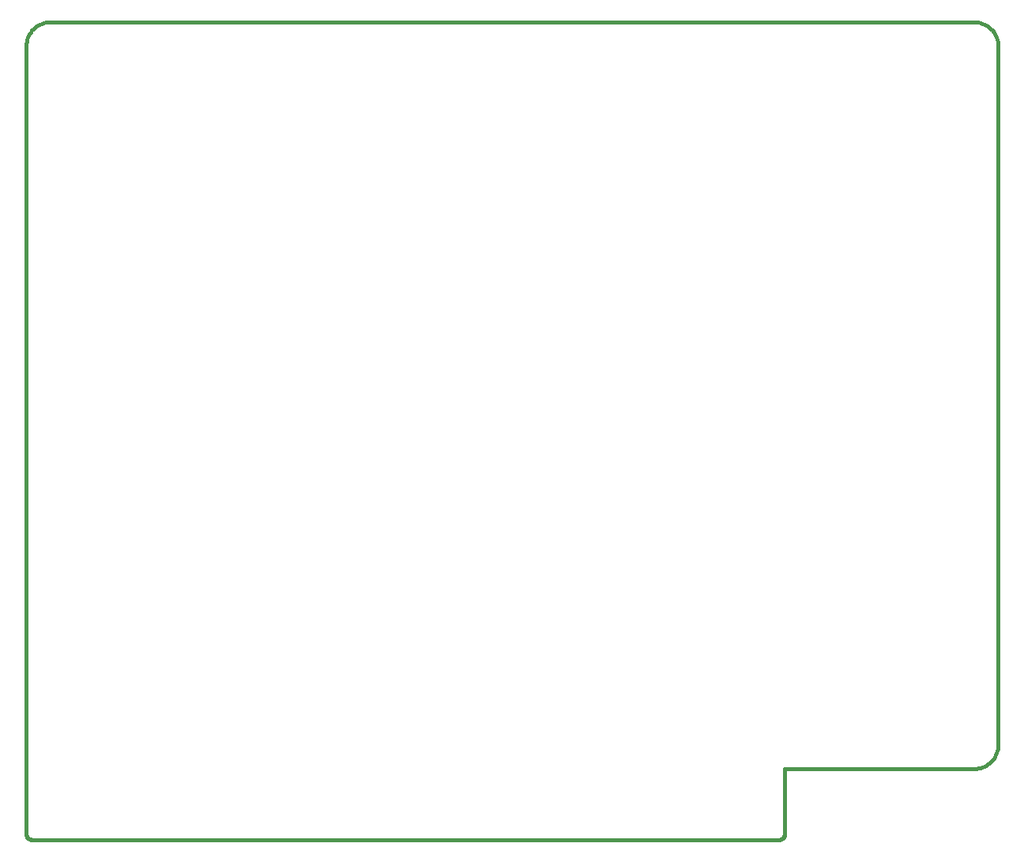
<source format=gbr>
G04 (created by PCBNEW-RS274X (2012-01-19 BZR 3256)-stable) date 4/5/2013 11:46:11 PM*
G01*
G70*
G90*
%MOIN*%
G04 Gerber Fmt 3.4, Leading zero omitted, Abs format*
%FSLAX34Y34*%
G04 APERTURE LIST*
%ADD10C,0.006000*%
%ADD11C,0.015000*%
G04 APERTURE END LIST*
G54D10*
G54D11*
X40000Y-52750D02*
X40000Y-19500D01*
X81000Y-49000D02*
X81000Y-19500D01*
X41000Y-18500D02*
X40913Y-18504D01*
X40827Y-18516D01*
X40742Y-18535D01*
X40658Y-18561D01*
X40578Y-18594D01*
X40501Y-18634D01*
X40427Y-18681D01*
X40358Y-18734D01*
X40293Y-18793D01*
X40234Y-18858D01*
X40181Y-18927D01*
X40134Y-19001D01*
X40094Y-19078D01*
X40061Y-19158D01*
X40035Y-19242D01*
X40016Y-19327D01*
X40004Y-19413D01*
X40000Y-19500D01*
X41000Y-18500D02*
X80000Y-18500D01*
X80000Y-50000D02*
X72000Y-50000D01*
X80000Y-50000D02*
X80087Y-49996D01*
X80173Y-49984D01*
X80258Y-49965D01*
X80342Y-49939D01*
X80422Y-49906D01*
X80500Y-49866D01*
X80573Y-49819D01*
X80642Y-49766D01*
X80707Y-49707D01*
X80766Y-49642D01*
X80819Y-49573D01*
X80866Y-49499D01*
X80906Y-49422D01*
X80939Y-49342D01*
X80965Y-49258D01*
X80984Y-49173D01*
X80996Y-49087D01*
X81000Y-49000D01*
X81000Y-19500D02*
X80996Y-19413D01*
X80984Y-19327D01*
X80965Y-19242D01*
X80939Y-19158D01*
X80906Y-19078D01*
X80866Y-19001D01*
X80819Y-18927D01*
X80766Y-18858D01*
X80707Y-18793D01*
X80642Y-18734D01*
X80573Y-18681D01*
X80500Y-18634D01*
X80422Y-18594D01*
X80342Y-18561D01*
X80258Y-18535D01*
X80173Y-18516D01*
X80087Y-18504D01*
X80000Y-18500D01*
X72000Y-52750D02*
X72000Y-50000D01*
X40250Y-53000D02*
X71750Y-53000D01*
X71750Y-53000D02*
X71771Y-52999D01*
X71793Y-52996D01*
X71814Y-52991D01*
X71835Y-52984D01*
X71855Y-52976D01*
X71875Y-52966D01*
X71893Y-52954D01*
X71910Y-52941D01*
X71926Y-52926D01*
X71941Y-52910D01*
X71954Y-52893D01*
X71966Y-52874D01*
X71976Y-52855D01*
X71984Y-52835D01*
X71991Y-52814D01*
X71996Y-52793D01*
X71999Y-52771D01*
X72000Y-52750D01*
X40000Y-52750D02*
X40001Y-52771D01*
X40004Y-52793D01*
X40009Y-52814D01*
X40016Y-52835D01*
X40024Y-52855D01*
X40034Y-52874D01*
X40046Y-52893D01*
X40059Y-52910D01*
X40074Y-52926D01*
X40090Y-52941D01*
X40107Y-52954D01*
X40126Y-52966D01*
X40145Y-52976D01*
X40165Y-52984D01*
X40186Y-52991D01*
X40207Y-52996D01*
X40229Y-52999D01*
X40250Y-53000D01*
M02*

</source>
